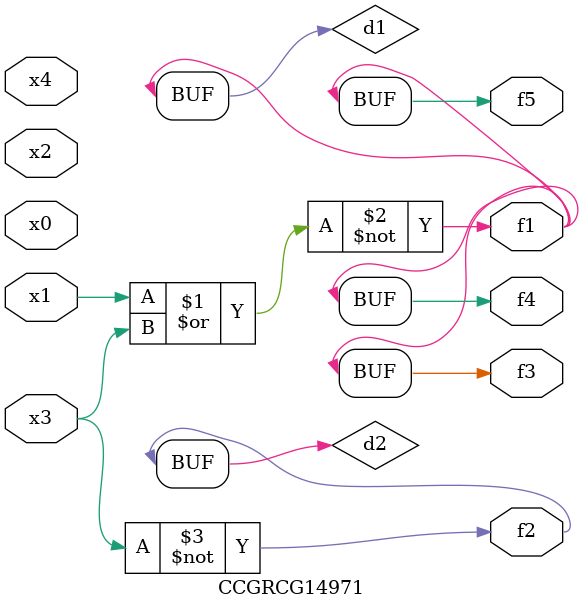
<source format=v>
module CCGRCG14971(
	input x0, x1, x2, x3, x4,
	output f1, f2, f3, f4, f5
);

	wire d1, d2;

	nor (d1, x1, x3);
	not (d2, x3);
	assign f1 = d1;
	assign f2 = d2;
	assign f3 = d1;
	assign f4 = d1;
	assign f5 = d1;
endmodule

</source>
